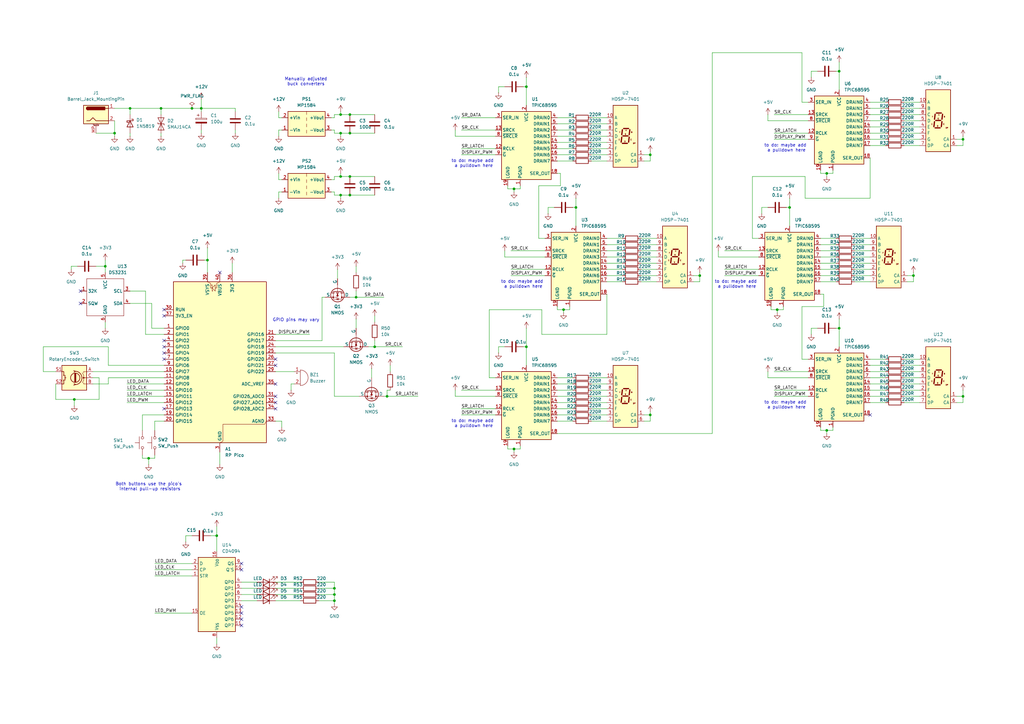
<source format=kicad_sch>
(kicad_sch (version 20250114) (generator "eeschema") (generator_version "9.0")
  (paper "A3")
  (text "GPIO pins may vary" (at 121.412 131.318 0) (effects (font (size 1.27 1.27))))
  (text "to do: maybe add \na pulldown here\n" (at 322.58 60.706 0) (effects (font (size 1.27 1.27))))
  (text "to do: maybe add \na pulldown here\n" (at 194.31 67.056 0) (effects (font (size 1.27 1.27))))
  (text "Manually adjusted\nbuck converters" (at 125.476 33.528 0) (effects (font (size 1.27 1.27))))
  (text "to do: maybe add \na pulldown here\n" (at 322.58 166.116 0) (effects (font (size 1.27 1.27))))
  (text "to do: maybe add \na pulldown here\n" (at 302.26 116.586 0) (effects (font (size 1.27 1.27))))
  (text "to do: maybe add \na pulldown here\n" (at 194.31 173.736 0) (effects (font (size 1.27 1.27))))
  (text "to do: maybe add \na pulldown here\n" (at 214.63 116.586 0) (effects (font (size 1.27 1.27))))
  (text "Both buttons use the pico's \ninternal pull-up resistors" (at 61.468 199.644 0) (effects (font (size 1.27 1.27))))
  (junction (at 139.7 46.99))
  (junction (at 82.55 44.45))
  (junction (at 43.18 109.22))
  (junction (at 139.7 72.39))
  (junction (at 394.97 162.56))
  (junction (at 266.7 63.5))
  (junction (at 30.48 163.83))
  (junction (at 139.7 54.61))
  (junction (at 344.17 134.62))
  (junction (at 210.82 184.15))
  (junction (at 236.22 85.09))
  (junction (at 344.17 29.21))
  (junction (at 137.16 241.3))
  (junction (at 78.74 44.45))
  (junction (at 266.7 170.18))
  (junction (at 46.99 54.61))
  (junction (at 137.16 246.38))
  (junction (at 146.05 121.92))
  (junction (at 318.77 127))
  (junction (at 158.75 162.56))
  (junction (at 287.02 113.03))
  (junction (at 143.51 54.61))
  (junction (at 143.51 46.99))
  (junction (at 139.7 80.01))
  (junction (at 210.82 77.47))
  (junction (at 143.51 80.01))
  (junction (at 215.9 35.56))
  (junction (at 215.9 142.24))
  (junction (at 339.09 71.12))
  (junction (at 137.16 243.84))
  (junction (at 153.67 142.24))
  (junction (at 394.97 57.15))
  (junction (at 339.09 176.53))
  (junction (at 85.09 106.68))
  (junction (at 143.51 72.39))
  (junction (at 60.96 187.96))
  (junction (at 66.04 44.45))
  (junction (at 53.34 44.45))
  (junction (at 88.9 219.71))
  (junction (at 231.14 127))
  (junction (at 323.85 85.09))
  (junction (at 374.65 113.03))
  (no_connect (at 99.06 256.54))
  (no_connect (at 99.06 251.46))
  (no_connect (at 67.31 129.54))
  (no_connect (at 90.17 111.76))
  (no_connect (at 33.02 124.46))
  (no_connect (at 67.31 127))
  (no_connect (at 113.03 149.86))
  (no_connect (at 67.31 167.64))
  (no_connect (at 67.31 144.78))
  (no_connect (at 113.03 157.48))
  (no_connect (at 113.03 162.56))
  (no_connect (at 99.06 231.14))
  (no_connect (at 33.02 119.38))
  (no_connect (at 67.31 142.24))
  (no_connect (at 99.06 248.92))
  (no_connect (at 113.03 165.1))
  (no_connect (at 67.31 139.7))
  (no_connect (at 356.87 170.18))
  (no_connect (at 113.03 147.32))
  (no_connect (at 113.03 167.64))
  (no_connect (at 67.31 147.32))
  (no_connect (at 99.06 254))
  (no_connect (at 99.06 233.68))
  (wire (pts (xy 228.6 55.88) (xy 234.95 55.88)))
  (wire (pts (xy 147.32 162.56) (xy 137.16 162.56)))
  (wire (pts (xy 200.66 154.94) (xy 203.2 154.94)))
  (wire (pts (xy 242.57 66.04) (xy 248.92 66.04)))
  (wire (pts (xy 139.7 45.72) (xy 139.7 46.99)))
  (wire (pts (xy 138.43 110.49) (xy 138.43 114.3)))
  (wire (pts (xy 189.23 170.18) (xy 203.2 170.18)))
  (wire (pts (xy 143.51 80.01) (xy 153.67 80.01)))
  (wire (pts (xy 52.07 157.48) (xy 67.31 157.48)))
  (wire (pts (xy 264.16 170.18) (xy 266.7 170.18)))
  (wire (pts (xy 328.93 125.73) (xy 328.93 147.32)))
  (wire (pts (xy 292.1 21.59) (xy 328.93 21.59)))
  (wire (pts (xy 228.6 160.02) (xy 234.95 160.02)))
  (wire (pts (xy 392.43 165.1) (xy 394.97 165.1)))
  (wire (pts (xy 137.16 73.66) (xy 137.16 72.39)))
  (wire (pts (xy 344.17 134.62) (xy 344.17 142.24)))
  (wire (pts (xy 350.52 110.49) (xy 356.87 110.49)))
  (wire (pts (xy 262.89 113.03) (xy 269.24 113.03)))
  (wire (pts (xy 317.5 57.15) (xy 331.47 57.15)))
  (wire (pts (xy 339.09 176.53) (xy 341.63 176.53)))
  (wire (pts (xy 356.87 162.56) (xy 363.22 162.56)))
  (wire (pts (xy 328.93 147.32) (xy 331.47 147.32)))
  (wire (pts (xy 99.06 243.84) (xy 105.41 243.84)))
  (wire (pts (xy 139.7 72.39) (xy 143.51 72.39)))
  (wire (pts (xy 66.04 46.99) (xy 66.04 44.45)))
  (wire (pts (xy 233.68 127) (xy 233.68 125.73)))
  (wire (pts (xy 115.57 172.72) (xy 113.03 172.72)))
  (wire (pts (xy 312.42 85.09) (xy 312.42 87.63)))
  (wire (pts (xy 139.7 72.39) (xy 139.7 71.12)))
  (wire (pts (xy 284.48 115.57) (xy 287.02 115.57)))
  (wire (pts (xy 203.2 55.88) (xy 186.69 55.88)))
  (wire (pts (xy 317.5 54.61) (xy 331.47 54.61)))
  (wire (pts (xy 139.7 46.99) (xy 137.16 46.99)))
  (wire (pts (xy 330.2 81.28) (xy 330.2 72.39)))
  (wire (pts (xy 153.67 129.54) (xy 153.67 132.08)))
  (wire (pts (xy 356.87 81.28) (xy 330.2 81.28)))
  (wire (pts (xy 53.34 44.45) (xy 53.34 46.99)))
  (wire (pts (xy 44.45 157.48) (xy 38.1 157.48)))
  (wire (pts (xy 316.23 127) (xy 316.23 125.73)))
  (wire (pts (xy 370.84 154.94) (xy 377.19 154.94)))
  (wire (pts (xy 160.02 160.02) (xy 158.75 160.02)))
  (wire (pts (xy 262.89 100.33) (xy 269.24 100.33)))
  (wire (pts (xy 62.23 124.46) (xy 62.23 134.62)))
  (wire (pts (xy 96.52 44.45) (xy 96.52 45.72)))
  (wire (pts (xy 137.16 238.76) (xy 137.16 241.3)))
  (wire (pts (xy 40.64 163.83) (xy 30.48 163.83)))
  (wire (pts (xy 158.75 162.56) (xy 158.75 160.02)))
  (wire (pts (xy 114.3 73.66) (xy 114.3 71.12)))
  (wire (pts (xy 208.28 77.47) (xy 208.28 76.2)))
  (wire (pts (xy 266.7 63.5) (xy 266.7 62.23)))
  (wire (pts (xy 189.23 160.02) (xy 203.2 160.02)))
  (wire (pts (xy 228.6 177.8) (xy 292.1 177.8)))
  (wire (pts (xy 242.57 172.72) (xy 248.92 172.72)))
  (wire (pts (xy 317.5 46.99) (xy 331.47 46.99)))
  (wire (pts (xy 341.63 176.53) (xy 341.63 175.26)))
  (wire (pts (xy 287.02 115.57) (xy 287.02 113.03)))
  (wire (pts (xy 314.96 49.53) (xy 314.96 46.99)))
  (wire (pts (xy 90.17 185.42) (xy 90.17 190.5)))
  (wire (pts (xy 139.7 80.01) (xy 139.7 81.28)))
  (wire (pts (xy 85.09 106.68) (xy 85.09 111.76)))
  (wire (pts (xy 350.52 97.79) (xy 356.87 97.79)))
  (wire (pts (xy 231.14 127) (xy 233.68 127)))
  (wire (pts (xy 308.61 97.79) (xy 311.15 97.79)))
  (wire (pts (xy 135.89 48.26) (xy 137.16 48.26)))
  (wire (pts (xy 189.23 63.5) (xy 203.2 63.5)))
  (wire (pts (xy 215.9 35.56) (xy 215.9 43.18)))
  (wire (pts (xy 344.17 29.21) (xy 344.17 36.83)))
  (wire (pts (xy 297.18 110.49) (xy 311.15 110.49)))
  (wire (pts (xy 342.9 29.21) (xy 344.17 29.21)))
  (wire (pts (xy 209.55 110.49) (xy 223.52 110.49)))
  (wire (pts (xy 242.57 55.88) (xy 248.92 55.88)))
  (wire (pts (xy 392.43 57.15) (xy 394.97 57.15)))
  (wire (pts (xy 330.2 72.39) (xy 308.61 72.39)))
  (wire (pts (xy 356.87 64.77) (xy 356.87 81.28)))
  (wire (pts (xy 342.9 134.62) (xy 344.17 134.62)))
  (wire (pts (xy 323.85 85.09) (xy 323.85 92.71)))
  (wire (pts (xy 344.17 130.81) (xy 344.17 134.62)))
  (wire (pts (xy 43.18 109.22) (xy 43.18 111.76)))
  (wire (pts (xy 392.43 162.56) (xy 394.97 162.56)))
  (wire (pts (xy 96.52 44.45) (xy 82.55 44.45)))
  (wire (pts (xy 248.92 102.87) (xy 255.27 102.87)))
  (wire (pts (xy 17.78 152.4) (xy 22.86 152.4)))
  (wire (pts (xy 332.74 29.21) (xy 332.74 31.75)))
  (wire (pts (xy 30.48 163.83) (xy 30.48 166.37)))
  (wire (pts (xy 132.08 121.92) (xy 132.08 139.7)))
  (wire (pts (xy 228.6 165.1) (xy 234.95 165.1)))
  (wire (pts (xy 152.4 151.13) (xy 152.4 154.94)))
  (wire (pts (xy 200.66 127) (xy 222.25 127)))
  (wire (pts (xy 143.51 80.01) (xy 139.7 80.01)))
  (wire (pts (xy 113.03 246.38) (xy 123.19 246.38)))
  (wire (pts (xy 82.55 53.34) (xy 82.55 54.61)))
  (wire (pts (xy 374.65 115.57) (xy 374.65 113.03)))
  (wire (pts (xy 137.16 46.99) (xy 137.16 48.26)))
  (wire (pts (xy 222.25 137.16) (xy 248.92 137.16)))
  (wire (pts (xy 189.23 53.34) (xy 203.2 53.34)))
  (wire (pts (xy 86.36 219.71) (xy 88.9 219.71)))
  (wire (pts (xy 82.55 44.45) (xy 78.74 44.45)))
  (wire (pts (xy 114.3 53.34) (xy 115.57 53.34)))
  (wire (pts (xy 392.43 59.69) (xy 394.97 59.69)))
  (wire (pts (xy 372.11 115.57) (xy 374.65 115.57)))
  (wire (pts (xy 139.7 80.01) (xy 137.16 80.01)))
  (wire (pts (xy 266.7 170.18) (xy 266.7 168.91)))
  (wire (pts (xy 151.13 142.24) (xy 153.67 142.24)))
  (wire (pts (xy 332.74 134.62) (xy 332.74 137.16)))
  (wire (pts (xy 339.09 71.12) (xy 339.09 72.39)))
  (wire (pts (xy 242.57 50.8) (xy 248.92 50.8)))
  (wire (pts (xy 83.82 106.68) (xy 85.09 106.68)))
  (wire (pts (xy 322.58 85.09) (xy 323.85 85.09)))
  (wire (pts (xy 228.6 63.5) (xy 234.95 63.5)))
  (wire (pts (xy 228.6 162.56) (xy 234.95 162.56)))
  (wire (pts (xy 132.08 121.92) (xy 133.35 121.92)))
  (wire (pts (xy 316.23 127) (xy 318.77 127)))
  (wire (pts (xy 53.34 54.61) (xy 53.34 55.88)))
  (wire (pts (xy 328.93 21.59) (xy 328.93 41.91)))
  (wire (pts (xy 228.6 167.64) (xy 234.95 167.64)))
  (wire (pts (xy 323.85 81.28) (xy 323.85 85.09)))
  (wire (pts (xy 214.63 35.56) (xy 215.9 35.56)))
  (wire (pts (xy 220.98 76.2) (xy 220.98 97.79)))
  (wire (pts (xy 228.6 170.18) (xy 234.95 170.18)))
  (wire (pts (xy 242.57 170.18) (xy 248.92 170.18)))
  (wire (pts (xy 40.64 154.94) (xy 40.64 163.83)))
  (wire (pts (xy 60.96 187.96) (xy 60.96 190.5)))
  (wire (pts (xy 336.55 71.12) (xy 336.55 69.85)))
  (wire (pts (xy 248.92 110.49) (xy 255.27 110.49)))
  (wire (pts (xy 314.96 85.09) (xy 312.42 85.09)))
  (wire (pts (xy 22.86 163.83) (xy 30.48 163.83)))
  (wire (pts (xy 242.57 63.5) (xy 248.92 63.5)))
  (wire (pts (xy 234.95 85.09) (xy 236.22 85.09)))
  (wire (pts (xy 137.16 247.65) (xy 137.16 246.38)))
  (wire (pts (xy 223.52 105.41) (xy 207.01 105.41)))
  (wire (pts (xy 370.84 41.91) (xy 377.19 41.91)))
  (wire (pts (xy 46.99 49.53) (xy 46.99 54.61)))
  (wire (pts (xy 394.97 160.02) (xy 394.97 162.56)))
  (wire (pts (xy 115.57 48.26) (xy 114.3 48.26)))
  (wire (pts (xy 146.05 119.38) (xy 146.05 121.92)))
  (wire (pts (xy 210.82 77.47) (xy 213.36 77.47)))
  (wire (pts (xy 143.51 46.99) (xy 139.7 46.99)))
  (wire (pts (xy 370.84 147.32) (xy 377.19 147.32)))
  (wire (pts (xy 99.06 246.38) (xy 105.41 246.38)))
  (wire (pts (xy 228.6 157.48) (xy 234.95 157.48)))
  (wire (pts (xy 130.81 243.84) (xy 137.16 243.84)))
  (wire (pts (xy 248.92 97.79) (xy 255.27 97.79)))
  (wire (pts (xy 88.9 215.9) (xy 88.9 219.71)))
  (wire (pts (xy 63.5 187.96) (xy 63.5 186.69)))
  (wire (pts (xy 204.47 142.24) (xy 204.47 144.78)))
  (wire (pts (xy 146.05 121.92) (xy 157.48 121.92)))
  (wire (pts (xy 242.57 154.94) (xy 248.92 154.94)))
  (wire (pts (xy 370.84 54.61) (xy 377.19 54.61)))
  (wire (pts (xy 372.11 113.03) (xy 374.65 113.03)))
  (wire (pts (xy 214.63 142.24) (xy 215.9 142.24)))
  (wire (pts (xy 336.55 115.57) (xy 342.9 115.57)))
  (wire (pts (xy 52.07 160.02) (xy 67.31 160.02)))
  (wire (pts (xy 356.87 152.4) (xy 363.22 152.4)))
  (wire (pts (xy 59.69 137.16) (xy 59.69 119.38)))
  (wire (pts (xy 350.52 102.87) (xy 356.87 102.87)))
  (wire (pts (xy 88.9 261.62) (xy 88.9 264.16)))
  (wire (pts (xy 317.5 162.56) (xy 331.47 162.56)))
  (wire (pts (xy 113.03 152.4) (xy 120.65 152.4)))
  (wire (pts (xy 284.48 113.03) (xy 287.02 113.03)))
  (wire (pts (xy 67.31 137.16) (xy 59.69 137.16)))
  (wire (pts (xy 227.33 85.09) (xy 224.79 85.09)))
  (wire (pts (xy 262.89 97.79) (xy 269.24 97.79)))
  (wire (pts (xy 115.57 78.74) (xy 114.3 78.74)))
  (wire (pts (xy 76.2 219.71) (xy 76.2 222.25)))
  (wire (pts (xy 96.52 53.34) (xy 96.52 54.61)))
  (wire (pts (xy 236.22 85.09) (xy 236.22 92.71)))
  (wire (pts (xy 336.55 102.87) (xy 342.9 102.87)))
  (wire (pts (xy 242.57 160.02) (xy 248.92 160.02)))
  (wire (pts (xy 146.05 130.81) (xy 146.05 134.62)))
  (wire (pts (xy 344.17 25.4) (xy 344.17 29.21)))
  (wire (pts (xy 336.55 71.12) (xy 339.09 71.12)))
  (wire (pts (xy 132.08 139.7) (xy 113.03 139.7)))
  (wire (pts (xy 114.3 78.74) (xy 114.3 81.28)))
  (wire (pts (xy 356.87 160.02) (xy 363.22 160.02)))
  (wire (pts (xy 370.84 57.15) (xy 377.19 57.15)))
  (wire (pts (xy 137.16 144.78) (xy 113.03 144.78)))
  (wire (pts (xy 394.97 162.56) (xy 394.97 165.1)))
  (wire (pts (xy 370.84 52.07) (xy 377.19 52.07)))
  (wire (pts (xy 262.89 107.95) (xy 269.24 107.95)))
  (wire (pts (xy 236.22 81.28) (xy 236.22 85.09)))
  (wire (pts (xy 208.28 184.15) (xy 210.82 184.15)))
  (wire (pts (xy 210.82 77.47) (xy 210.82 78.74)))
  (wire (pts (xy 74.93 106.68) (xy 76.2 106.68)))
  (wire (pts (xy 264.16 172.72) (xy 266.7 172.72)))
  (wire (pts (xy 52.07 165.1) (xy 67.31 165.1)))
  (wire (pts (xy 66.04 54.61) (xy 66.04 55.88)))
  (wire (pts (xy 356.87 54.61) (xy 363.22 54.61)))
  (wire (pts (xy 228.6 127) (xy 228.6 125.73)))
  (wire (pts (xy 335.28 134.62) (xy 332.74 134.62)))
  (wire (pts (xy 189.23 60.96) (xy 203.2 60.96)))
  (wire (pts (xy 248.92 105.41) (xy 255.27 105.41)))
  (wire (pts (xy 297.18 102.87) (xy 311.15 102.87)))
  (wire (pts (xy 63.5 233.68) (xy 78.74 233.68)))
  (wire (pts (xy 137.16 243.84) (xy 137.16 241.3)))
  (wire (pts (xy 67.31 154.94) (xy 44.45 154.94)))
  (wire (pts (xy 17.78 142.24) (xy 17.78 152.4)))
  (wire (pts (xy 231.14 127) (xy 231.14 128.27)))
  (wire (pts (xy 370.84 59.69) (xy 377.19 59.69)))
  (wire (pts (xy 43.18 132.08) (xy 43.18 134.62)))
  (wire (pts (xy 339.09 71.12) (xy 341.63 71.12)))
  (wire (pts (xy 356.87 149.86) (xy 363.22 149.86)))
  (wire (pts (xy 208.28 184.15) (xy 208.28 182.88)))
  (wire (pts (xy 130.81 246.38) (xy 137.16 246.38)))
  (wire (pts (xy 228.6 58.42) (xy 234.95 58.42)))
  (wire (pts (xy 264.16 63.5) (xy 266.7 63.5)))
  (wire (pts (xy 394.97 55.88) (xy 394.97 57.15)))
  (wire (pts (xy 262.89 115.57) (xy 269.24 115.57)))
  (wire (pts (xy 85.09 101.6) (xy 85.09 106.68)))
  (wire (pts (xy 356.87 165.1) (xy 363.22 165.1)))
  (wire (pts (xy 224.79 85.09) (xy 224.79 87.63)))
  (wire (pts (xy 242.57 58.42) (xy 248.92 58.42)))
  (wire (pts (xy 339.09 176.53) (xy 339.09 177.8)))
  (wire (pts (xy 130.81 241.3) (xy 137.16 241.3)))
  (wire (pts (xy 370.84 160.02) (xy 377.19 160.02)))
  (wire (pts (xy 139.7 54.61) (xy 137.16 54.61)))
  (wire (pts (xy 374.65 113.03) (xy 374.65 111.76)))
  (wire (pts (xy 67.31 149.86) (xy 44.45 149.86)))
  (wire (pts (xy 356.87 49.53) (xy 363.22 49.53)))
  (wire (pts (xy 394.97 57.15) (xy 394.97 59.69)))
  (wire (pts (xy 52.07 162.56) (xy 67.31 162.56)))
  (wire (pts (xy 317.5 152.4) (xy 331.47 152.4)))
  (wire (pts (xy 143.51 54.61) (xy 153.67 54.61)))
  (wire (pts (xy 210.82 184.15) (xy 210.82 185.42)))
  (wire (pts (xy 143.51 54.61) (xy 139.7 54.61)))
  (wire (pts (xy 318.77 127) (xy 321.31 127)))
  (wire (pts (xy 317.5 160.02) (xy 331.47 160.02)))
  (wire (pts (xy 228.6 53.34) (xy 234.95 53.34)))
  (wire (pts (xy 135.89 73.66) (xy 137.16 73.66)))
  (wire (pts (xy 204.47 35.56) (xy 204.47 38.1)))
  (wire (pts (xy 266.7 172.72) (xy 266.7 170.18)))
  (wire (pts (xy 207.01 142.24) (xy 204.47 142.24)))
  (wire (pts (xy 331.47 154.94) (xy 314.96 154.94)))
  (wire (pts (xy 311.15 105.41) (xy 294.64 105.41)))
  (wire (pts (xy 53.34 44.45) (xy 66.04 44.45)))
  (wire (pts (xy 308.61 72.39) (xy 308.61 97.79)))
  (wire (pts (xy 294.64 105.41) (xy 294.64 102.87)))
  (wire (pts (xy 370.84 44.45) (xy 377.19 44.45)))
  (wire (pts (xy 74.93 106.68) (xy 74.93 107.95)))
  (wire (pts (xy 119.38 157.48) (xy 120.65 157.48)))
  (wire (pts (xy 337.82 125.73) (xy 328.93 125.73)))
  (wire (pts (xy 248.92 113.03) (xy 255.27 113.03)))
  (wire (pts (xy 356.87 41.91) (xy 363.22 41.91)))
  (wire (pts (xy 228.6 60.96) (xy 234.95 60.96)))
  (wire (pts (xy 207.01 105.41) (xy 207.01 102.87)))
  (wire (pts (xy 88.9 219.71) (xy 88.9 226.06)))
  (wire (pts (xy 228.6 50.8) (xy 234.95 50.8)))
  (wire (pts (xy 99.06 241.3) (xy 105.41 241.3)))
  (wire (pts (xy 137.16 246.38) (xy 137.16 243.84)))
  (wire (pts (xy 114.3 53.34) (xy 114.3 55.88)))
  (wire (pts (xy 146.05 109.22) (xy 146.05 111.76)))
  (wire (pts (xy 82.55 44.45) (xy 82.55 45.72)))
  (wire (pts (xy 38.1 152.4) (xy 67.31 152.4)))
  (wire (pts (xy 59.69 119.38) (xy 53.34 119.38)))
  (wire (pts (xy 262.89 105.41) (xy 269.24 105.41)))
  (wire (pts (xy 248.92 107.95) (xy 255.27 107.95)))
  (wire (pts (xy 78.74 44.45) (xy 66.04 44.45)))
  (wire (pts (xy 22.86 157.48) (xy 22.86 163.83)))
  (wire (pts (xy 356.87 57.15) (xy 363.22 57.15)))
  (wire (pts (xy 38.1 154.94) (xy 40.64 154.94)))
  (wire (pts (xy 63.5 231.14) (xy 78.74 231.14)))
  (wire (pts (xy 337.82 120.65) (xy 337.82 125.73)))
  (wire (pts (xy 356.87 157.48) (xy 363.22 157.48)))
  (wire (pts (xy 153.67 142.24) (xy 165.1 142.24)))
  (wire (pts (xy 39.37 54.61) (xy 46.99 54.61)))
  (wire (pts (xy 336.55 113.03) (xy 342.9 113.03)))
  (wire (pts (xy 67.31 172.72) (xy 63.5 172.72)))
  (wire (pts (xy 139.7 54.61) (xy 139.7 55.88)))
  (wire (pts (xy 63.5 251.46) (xy 78.74 251.46)))
  (wire (pts (xy 29.21 110.49) (xy 29.21 109.22)))
  (wire (pts (xy 228.6 66.04) (xy 234.95 66.04)))
  (wire (pts (xy 44.45 149.86) (xy 44.45 142.24)))
  (wire (pts (xy 200.66 127) (xy 200.66 154.94)))
  (wire (pts (xy 370.84 157.48) (xy 377.19 157.48)))
  (wire (pts (xy 370.84 152.4) (xy 377.19 152.4)))
  (wire (pts (xy 262.89 102.87) (xy 269.24 102.87)))
  (wire (pts (xy 215.9 134.62) (xy 215.9 142.24)))
  (wire (pts (xy 314.96 154.94) (xy 314.96 152.4)))
  (wire (pts (xy 336.55 110.49) (xy 342.9 110.49)))
  (wire (pts (xy 135.89 53.34) (xy 137.16 53.34)))
  (wire (pts (xy 292.1 21.59) (xy 292.1 177.8)))
  (wire (pts (xy 29.21 109.22) (xy 31.75 109.22)))
  (wire (pts (xy 356.87 59.69) (xy 363.22 59.69)))
  (wire (pts (xy 229.87 71.12) (xy 229.87 76.2)))
  (wire (pts (xy 62.23 124.46) (xy 53.34 124.46)))
  (wire (pts (xy 63.5 236.22) (xy 78.74 236.22)))
  (wire (pts (xy 157.48 162.56) (xy 158.75 162.56)))
  (wire (pts (xy 99.06 238.76) (xy 105.41 238.76)))
  (wire (pts (xy 350.52 105.41) (xy 356.87 105.41)))
  (wire (pts (xy 113.03 243.84) (xy 123.19 243.84)))
  (wire (pts (xy 113.03 241.3) (xy 123.19 241.3)))
  (wire (pts (xy 228.6 71.12) (xy 229.87 71.12)))
  (wire (pts (xy 242.57 167.64) (xy 248.92 167.64)))
  (wire (pts (xy 115.57 73.66) (xy 114.3 73.66)))
  (wire (pts (xy 113.03 142.24) (xy 140.97 142.24)))
  (wire (pts (xy 220.98 97.79) (xy 223.52 97.79)))
  (wire (pts (xy 209.55 113.03) (xy 223.52 113.03)))
  (wire (pts (xy 264.16 66.04) (xy 266.7 66.04)))
  (wire (pts (xy 242.57 157.48) (xy 248.92 157.48)))
  (wire (pts (xy 58.42 170.18) (xy 58.42 176.53)))
  (wire (pts (xy 331.47 49.53) (xy 314.96 49.53)))
  (wire (pts (xy 95.25 107.95) (xy 95.25 111.76)))
  (wire (pts (xy 210.82 184.15) (xy 213.36 184.15)))
  (wire (pts (xy 341.63 71.12) (xy 341.63 69.85)))
  (wire (pts (xy 350.52 115.57) (xy 356.87 115.57)))
  (wire (pts (xy 58.42 187.96) (xy 60.96 187.96)))
  (wire (pts (xy 43.18 106.68) (xy 43.18 109.22)))
  (wire (pts (xy 209.55 102.87) (xy 223.52 102.87)))
  (wire (pts (xy 370.84 46.99) (xy 377.19 46.99)))
  (wire (pts (xy 44.45 142.24) (xy 17.78 142.24)))
  (wire (pts (xy 67.31 170.18) (xy 58.42 170.18)))
  (wire (pts (xy 143.51 121.92) (xy 146.05 121.92)))
  (wire (pts (xy 137.16 72.39) (xy 139.7 72.39)))
  (wire (pts (xy 67.31 134.62) (xy 62.23 134.62)))
  (wire (pts (xy 228.6 172.72) (xy 234.95 172.72)))
  (wire (pts (xy 215.9 31.75) (xy 215.9 35.56)))
  (wire (pts (xy 113.03 238.76) (xy 123.19 238.76)))
  (wire (pts (xy 137.16 162.56) (xy 137.16 144.78)))
  (wire (pts (xy 266.7 66.04) (xy 266.7 63.5)))
  (wire (pts (xy 137.16 78.74) (xy 137.16 80.01)))
  (wire (pts (xy 114.3 48.26) (xy 114.3 45.72)))
  (wire (pts (xy 370.84 149.86) (xy 377.19 149.86)))
  (wire (pts (xy 46.99 55.88) (xy 46.99 54.61)))
  (wire (pts (xy 119.38 160.02) (xy 119.38 157.48)))
  (wire (pts (xy 321.31 127) (xy 321.31 125.73)))
  (wire (pts (xy 115.57 175.26) (xy 115.57 172.72)))
  (wire (pts (xy 336.55 107.95) (xy 342.9 107.95)))
  (wire (pts (xy 213.36 77.47) (xy 213.36 76.2)))
  (wire (pts (xy 229.87 76.2) (xy 220.98 76.2)))
  (wire (pts (xy 297.18 113.03) (xy 311.15 113.03)))
  (wire (pts (xy 228.6 48.26) (xy 234.95 48.26)))
  (wire (pts (xy 328.93 41.91) (xy 331.47 41.91)))
  (wire (pts (xy 44.45 154.94) (xy 44.45 157.48)))
  (wire (pts (xy 356.87 147.32) (xy 363.22 147.32)))
  (wire (pts (xy 287.02 113.03) (xy 287.02 111.76)))
  (wire (pts (xy 356.87 44.45) (xy 363.22 44.45)))
  (wire (pts (xy 248.92 120.65) (xy 248.92 137.16)))
  (wire (pts (xy 207.01 35.56) (xy 204.47 35.56)))
  (wire (pts (xy 63.5 172.72) (xy 63.5 176.53)))
  (wire (pts (xy 350.52 107.95) (xy 356.87 107.95)))
  (wire (pts (xy 189.23 167.64) (xy 203.2 167.64)))
  (wire (pts (xy 143.51 46.99) (xy 153.67 46.99)))
  (wire (pts (xy 350.52 113.03) (xy 356.87 113.03)))
  (wire (pts (xy 356.87 46.99) (xy 363.22 46.99)))
  (wire (pts (xy 213.36 184.15) (xy 213.36 182.88)))
  (wire (pts (xy 242.57 60.96) (xy 248.92 60.96)))
  (wire (pts (xy 336.55 120.65) (xy 337.82 120.65)))
  (wire (pts (xy 242.57 53.34) (xy 248.92 53.34)))
  (wire (pts (xy 356.87 52.07) (xy 363.22 52.07)))
  (wire (pts (xy 336.55 97.79) (xy 342.9 97.79)))
  (wire (pts (xy 186.69 162.56) (xy 186.69 160.02)))
  (wire (pts (xy 127 137.16) (xy 113.03 137.16)))
  (wire (pts (xy 370.84 162.56) (xy 377.19 162.56)))
  (wire (pts (xy 336.55 100.33) (xy 342.9 100.33)))
  (wire (pts (xy 248.92 115.57) (xy 255.27 115.57)))
  (wire (pts (xy 215.9 142.24) (xy 215.9 149.86)))
  (wire (pts (xy 137.16 53.34) (xy 137.16 54.61)))
  (wire (pts (xy 137.16 78.74) (xy 135.89 78.74)))
  (wire (pts (xy 153.67 139.7) (xy 153.67 142.24)))
  (wire (pts (xy 60.96 187.96) (xy 63.5 187.96)))
  (wire (pts (xy 228.6 154.94) (xy 234.95 154.94)))
  (wire (pts (xy 242.57 165.1) (xy 248.92 165.1)))
  (wire (pts (xy 39.37 109.22) (xy 43.18 109.22)))
  (wire (pts (xy 222.25 127) (xy 222.25 137.16)))
  (wire (pts (xy 356.87 154.94) (xy 363.22 154.94)))
  (wire (pts (xy 370.84 165.1) (xy 377.19 165.1)))
  (wire (pts (xy 318.77 127) (xy 318.77 128.27)))
  (wire (pts (xy 242.57 48.26) (xy 248.92 48.26)))
  (wire (pts (xy 158.75 162.56) (xy 171.45 162.56)))
  (wire (pts (xy 160.02 149.86) (xy 160.02 152.4)))
  (wire (pts (xy 189.23 48.26) (xy 203.2 48.26)))
  (wire (pts (xy 242.57 162.56) (xy 248.92 162.56)))
  (wire (pts (xy 46.99 44.45) (xy 53.34 44.45)))
  (wire (pts (xy 228.6 127) (xy 231.14 127)))
  (wire (pts (xy 82.55 40.64) (xy 82.55 44.45)))
  (wire (pts (xy 248.92 100.33) (xy 255.27 100.33)))
  (wire (pts (xy 262.89 110.49) (xy 269.24 110.49)))
  (wire (pts (xy 336.55 176.53) (xy 336.55 175.26)))
  (wire (pts (xy 350.52 100.33) (xy 356.87 100.33)))
  (wire (pts (xy 336.55 176.53) (xy 339.09 176.53)))
  (wire (pts (xy 78.74 219.71) (xy 76.2 219.71)))
  (wire (pts (xy 370.84 49.53) (xy 377.19 49.53)))
  (wire (pts (xy 336.55 105.41) (xy 342.9 105.41)))
  (wire (pts (xy 335.28 29.21) (xy 332.74 29.21)))
  (wire (pts (xy 58.42 186.69) (xy 58.42 187.96)))
  (wire (pts (xy 130.81 238.76) (xy 137.16 238.76)))
  (wire (pts (xy 143.51 72.39) (xy 153.67 72.39)))
  (wire (pts (xy 208.28 77.47) (xy 210.82 77.47)))
  (wire (pts (xy 186.69 55.88) (xy 186.69 53.34)))
  (wire (pts (xy 203.2 162.56) (xy 186.69 162.56)))
  (label "LED_PWM" (at 63.5 251.46 0))
  (label "DISPLAY_PWM" (at 317.5 57.15 0))
  (label "LED_DATA" (at 52.07 157.48 0))
  (label "SR_LATCH" (at 317.5 160.02 0))
  (label "LED_DATA" (at 63.5 231.14 0))
  (label "LED_PWM" (at 52.07 165.1 0))
  (label "DISPLAY_PWM" (at 209.55 113.03 0))
  (label "SR_CLK" (at 189.23 53.34 0))
  (label "DISPLAY_PWM" (at 189.23 63.5 0))
  (label "SR_CLK" (at 297.18 102.87 0))
  (label "SR_CLK" (at 317.5 152.4 0))
  (label "SR_LATCH" (at 317.5 54.61 0))
  (label "LED_CLK" (at 52.07 160.02 0))
  (label "LED_LATCH" (at 52.07 162.56 0))
  (label "SR_LATCH" (at 171.45 162.56 180))
  (label "LED_LATCH" (at 63.5 236.22 0))
  (label "DISPLAY_PWM" (at 317.5 162.56 0))
  (label "DISPLAY_PWM" (at 127 137.16 180))
  (label "SR_DATA" (at 157.48 121.92 180))
  (label "SR_CLK" (at 209.55 102.87 0))
  (label "SR_CLK" (at 317.5 46.99 0))
  (label "SR_LATCH" (at 209.55 110.49 0))
  (label "DISPLAY_PWM" (at 297.18 113.03 0))
  (label "SR_LATCH" (at 297.18 110.49 0))
  (label "SR_DATA" (at 189.23 48.26 0))
  (label "DISPLAY_PWM" (at 189.23 170.18 0))
  (label "SR_CLK" (at 189.23 160.02 0))
  (label "SR_LATCH" (at 189.23 60.96 0))
  (label "SR_LATCH" (at 189.23 167.64 0))
  (label "LED_CLK" (at 63.5 233.68 0))
  (label "SR_CLK" (at 165.1 142.24 180))
  (symbol (lib_id "power:GND") (at 332.74 31.75 0) (unit 1)
    (property "Reference" "#PWR033" (effects (hide yes)))
    (property "Value" "GND" (at 332.74 36.83 0))
    (property "Description" "Power symbol creates a global label with name \"GND\" , ground" (effects (hide yes)))
  )
  (symbol (lib_id "Device:R") (at 367.03 157.48 90) (unit 1)
    (property "Reference" "R45" (at 362.712 156.464 90))
    (property "Value" "220R" (at 372.364 156.21 90))
    (property "Description" "Resistor" (effects (hide yes)))
  )
  (symbol (lib_id "power:+5V") (at 314.96 152.4 0) (unit 1)
    (property "Reference" "#PWR039" (effects (hide yes)))
    (property "Value" "+5V" (at 314.96 147.32 0))
    (property "Description" "Power symbol creates a global label with name \"+5V\"" (effects (hide yes)))
  )
  (symbol (lib_id "Display_Character:HDSP-7401") (at 256.54 162.56 0) (unit 1)
    (property "Reference" "U7" (at 256.54 144.78 0))
    (property "Value" "HDSP-7401" (at 256.54 147.32 0))
    (property "Footprint" "Display_7Segment:HDSP-7401" (effects (hide yes)))
    (property "Datasheet" "https://docs.broadcom.com/docs/AV02-2553EN" (effects (hide yes)))
    (property "Description" "One digit 7 segment yellow, common anode" (effects (hide yes)))
  )
  (symbol (lib_id "power:+12V") (at 82.55 40.64 0) (unit 1)
    (property "Reference" "#PWR01" (effects (hide yes)))
    (property "Value" "+12V" (at 82.55 35.56 0))
    (property "Description" "Power symbol creates a global label with name \"+12V\"" (effects (hide yes)))
  )
  (symbol (lib_id "power:GND") (at 137.16 247.65 0) (unit 1)
    (property "Reference" "#PWR065" (effects (hide yes)))
    (property "Value" "GND" (at 137.16 252.73 0))
    (property "Description" "Power symbol creates a global label with name \"GND\" , ground" (effects (hide yes)))
  )
  (symbol (lib_id "Device:R") (at 127 241.3 90) (unit 1)
    (property "Reference" "R53" (at 122.174 239.776 90))
    (property "Value" "220" (at 131.826 239.776 90))
    (property "Description" "Resistor" (effects (hide yes)))
  )
  (symbol (lib_id "power:GND") (at 139.7 81.28 0) (unit 1)
    (property "Reference" "#PWR012" (effects (hide yes)))
    (property "Value" "GND" (at 139.7 86.36 0))
    (property "Description" "Power symbol creates a global label with name \"GND\" , ground" (effects (hide yes)))
  )
  (symbol (lib_id "power:+5V") (at 186.69 53.34 0) (unit 1)
    (property "Reference" "#PWR021" (effects (hide yes)))
    (property "Value" "+5V" (at 186.69 48.26 0))
    (property "Description" "Power symbol creates a global label with name \"+5V\"" (effects (hide yes)))
  )
  (symbol (lib_id "power:+9V") (at 287.02 111.76 0) (unit 1)
    (property "Reference" "#PWR027" (effects (hide yes)))
    (property "Value" "+9V" (at 287.02 106.68 0))
    (property "Description" "Power symbol creates a global label with name \"+9V\"" (effects (hide yes)))
  )
  (symbol (lib_id "Converter_DCDC:MEE1S1205SC") (at 125.73 76.2 0) (unit 1)
    (property "Reference" "PS2" (at 125.73 66.04 0))
    (property "Value" "MP1584" (at 125.73 68.58 0))
    (property "Footprint" "Converter_DCDC:Converter_DCDC_Murata_MEE1SxxxxSC_THT" (effects (hide yes)))
    (property "Datasheet" "https://power.murata.com/pub/data/power/ncl/kdc_mee1.pdf" (effects (hide yes)))
    (property "Description" "1W, 1000 VDC isolated DC/DC converter, 12V input, 5V output, SIP" (effects (hide yes)))
  )
  (symbol (lib_id "power:GND") (at 88.9 264.16 0) (unit 1)
    (property "Reference" "#PWR064" (effects (hide yes)))
    (property "Value" "GND" (at 88.9 269.24 0))
    (property "Description" "Power symbol creates a global label with name \"GND\" , ground" (effects (hide yes)))
  )
  (symbol (lib_id "Device:R") (at 238.76 154.94 90) (unit 1)
    (property "Reference" "R17" (at 234.442 153.924 90))
    (property "Value" "220R" (at 244.094 153.67 90))
    (property "Description" "Resistor" (effects (hide yes)))
  )
  (symbol (lib_id "Device:R") (at 238.76 50.8 90) (unit 1)
    (property "Reference" "R2" (at 234.442 49.784 90))
    (property "Value" "220R" (at 244.094 49.53 90))
    (property "Description" "Resistor" (effects (hide yes)))
  )
  (symbol (lib_id "power:+3V3") (at 95.25 107.95 0) (unit 1)
    (property "Reference" "#PWR04" (effects (hide yes)))
    (property "Value" "+3V3" (at 95.25 102.87 0))
    (property "Description" "Power symbol creates a global label with name \"+3V3\"" (effects (hide yes)))
  )
  (symbol (lib_id "power:GND") (at 115.57 175.26 0) (unit 1)
    (property "Reference" "#PWR053" (effects (hide yes)))
    (property "Value" "GND" (at 115.57 180.34 0))
    (property "Description" "Power symbol creates a global label with name \"GND\" , ground" (effects (hide yes)))
  )
  (symbol (lib_id "power:+5V") (at 207.01 102.87 0) (unit 1)
    (property "Reference" "#PWR023" (effects (hide yes)))
    (property "Value" "+5V" (at 207.01 97.79 0))
    (property "Description" "Power symbol creates a global label with name \"+5V\"" (effects (hide yes)))
  )
  (symbol (lib_id "Display_Character:HDSP-7401") (at 384.81 49.53 0) (unit 1)
    (property "Reference" "U8" (at 384.81 31.75 0))
    (property "Value" "HDSP-7401" (at 384.81 34.29 0))
    (property "Footprint" "Display_7Segment:HDSP-7401" (effects (hide yes)))
    (property "Datasheet" "https://docs.broadcom.com/docs/AV02-2553EN" (effects (hide yes)))
    (property "Description" "One digit 7 segment yellow, common anode" (effects (hide yes)))
  )
  (symbol (lib_id "power:GND") (at 204.47 144.78 0) (unit 1)
    (property "Reference" "#PWR029" (effects (hide yes)))
    (property "Value" "GND" (at 204.47 149.86 0))
    (property "Description" "Power symbol creates a global label with name \"GND\" , ground" (effects (hide yes)))
  )
  (symbol (lib_id "Device:C_Polarized") (at 82.55 49.53 0) (unit 1)
    (property "Reference" "C1" (at 86.36 47.3709 0) (effects (justify left)))
    (property "Value" "100u" (at 86.36 49.9109 0) (effects (justify left)))
    (property "Description" "Polarized capacitor" (effects (hide yes)))
  )
  (symbol (lib_id "Device:C") (at 318.77 85.09 270) (unit 1)
    (property "Reference" "C12" (at 318.77 77.47 90))
    (property "Value" "0.1u" (at 318.77 80.01 90))
    (property "Description" "Unpolarized capacitor" (effects (hide yes)))
  )
  (symbol (lib_id "power:GND") (at 339.09 72.39 0) (unit 1)
    (property "Reference" "#PWR034" (effects (hide yes)))
    (property "Value" "GND" (at 339.09 77.47 0))
    (property "Description" "Power symbol creates a global label with name \"GND\" , ground" (effects (hide yes)))
  )
  (symbol (lib_id "power:+5V") (at 314.96 46.99 0) (unit 1)
    (property "Reference" "#PWR030" (effects (hide yes)))
    (property "Value" "+5V" (at 314.96 41.91 0))
    (property "Description" "Power symbol creates a global label with name \"+5V\"" (effects (hide yes)))
  )
  (symbol (lib_id "power:GND") (at 339.09 177.8 0) (unit 1)
    (property "Reference" "#PWR043" (effects (hide yes)))
    (property "Value" "GND" (at 339.09 182.88 0))
    (property "Description" "Power symbol creates a global label with name \"GND\" , ground" (effects (hide yes)))
  )
  (symbol (lib_id "Device:R") (at 367.03 147.32 90) (unit 1)
    (property "Reference" "R41" (at 362.712 146.304 90))
    (property "Value" "220R" (at 372.364 146.05 90))
    (property "Description" "Resistor" (effects (hide yes)))
  )
  (symbol (lib_id "power:GND") (at 231.14 128.27 0) (unit 1)
    (property "Reference" "#PWR025" (effects (hide yes)))
    (property "Value" "GND" (at 231.14 133.35 0))
    (property "Description" "Power symbol creates a global label with name \"GND\" , ground" (effects (hide yes)))
  )
  (symbol (lib_id "power:GND") (at 60.96 190.5 0) (unit 1)
    (property "Reference" "#PWR060" (effects (hide yes)))
    (property "Value" "GND" (at 60.96 195.58 0))
    (property "Description" "Power symbol creates a global label with name \"GND\" , ground" (effects (hide yes)))
  )
  (symbol (lib_id "Device:C") (at 339.09 134.62 270) (unit 1)
    (property "Reference" "C13" (at 339.09 127 90))
    (property "Value" "0.1u" (at 339.09 129.54 90))
    (property "Description" "Unpolarized capacitor" (effects (hide yes)))
  )
  (symbol (lib_id "Device:R") (at 153.67 135.89 0) (unit 1)
    (property "Reference" "R50" (at 156.21 134.6199 0) (effects (justify left)))
    (property "Value" "10k" (at 156.21 137.1599 0) (effects (justify left)))
    (property "Description" "Resistor" (effects (hide yes)))
  )
  (symbol (lib_id "power:GND") (at 318.77 128.27 0) (unit 1)
    (property "Reference" "#PWR040" (effects (hide yes)))
    (property "Value" "GND" (at 318.77 133.35 0))
    (property "Description" "Power symbol creates a global label with name \"GND\" , ground" (effects (hide yes)))
  )
  (symbol (lib_id "Display_Character:HDSP-7401") (at 364.49 105.41 0) (unit 1)
    (property "Reference" "U11" (at 364.49 87.63 0))
    (property "Value" "HDSP-7401" (at 364.49 90.17 0))
    (property "Footprint" "Display_7Segment:HDSP-7401" (effects (hide yes)))
    (property "Datasheet" "https://docs.broadcom.com/docs/AV02-2553EN" (effects (hide yes)))
    (property "Description" "One digit 7 segment yellow, common anode" (effects (hide yes)))
  )
  (symbol (lib_id "power:+9V") (at 266.7 168.91 0) (unit 1)
    (property "Reference" "#PWR036" (effects (hide yes)))
    (property "Value" "+9V" (at 266.7 163.83 0))
    (property "Description" "Power symbol creates a global label with name \"+9V\"" (effects (hide yes)))
  )
  (symbol (lib_id "Device:R") (at 238.76 160.02 90) (unit 1)
    (property "Reference" "R19" (at 234.442 159.004 90))
    (property "Value" "220R" (at 244.094 158.75 90))
    (property "Description" "Resistor" (effects (hide yes)))
  )
  (symbol (lib_id "Device:LED") (at 109.22 238.76 180) (unit 1)
    (property "Reference" "D3" (at 116.332 237.236 0))
    (property "Value" "LED" (at 105.664 237.236 0))
    (property "Description" "Light emitting diode" (effects (hide yes)))
    (property "Sim.Pins" "1=K 2=A" (effects (hide yes)))
  )
  (symbol (lib_id "Device:C") (at 35.56 109.22 90) (unit 1)
    (property "Reference" "C14" (at 35.56 101.6 90))
    (property "Value" "0.1u" (at 35.56 104.14 90))
    (property "Description" "Unpolarized capacitor" (effects (hide yes)))
  )
  (symbol (lib_id "Device:R") (at 238.76 53.34 90) (unit 1)
    (property "Reference" "R3" (at 234.442 52.324 90))
    (property "Value" "220R" (at 244.094 52.07 90))
    (property "Description" "Resistor" (effects (hide yes)))
  )
  (symbol (lib_id "Device:R") (at 367.03 44.45 90) (unit 1)
    (property "Reference" "R26" (at 362.712 43.434 90))
    (property "Value" "220R" (at 372.364 43.18 90))
    (property "Description" "Resistor" (effects (hide yes)))
  )
  (symbol (lib_id "power:+5V") (at 323.85 81.28 0) (unit 1)
    (property "Reference" "#PWR041" (effects (hide yes)))
    (property "Value" "+5V" (at 323.85 76.2 0))
    (property "Description" "Power symbol creates a global label with name \"+5V\"" (effects (hide yes)))
  )
  (symbol (lib_id "Device:R") (at 367.03 41.91 90) (unit 1)
    (property "Reference" "R25" (at 362.712 40.894 90))
    (property "Value" "220R" (at 372.364 40.64 90))
    (property "Description" "Resistor" (effects (hide yes)))
  )
  (symbol (lib_id "Device:R") (at 367.03 165.1 90) (unit 1)
    (property "Reference" "R48" (at 362.712 164.084 90))
    (property "Value" "220R" (at 372.364 163.83 90))
    (property "Description" "Resistor" (effects (hide yes)))
  )
  (symbol (lib_id "power:GND") (at 210.82 185.42 0) (unit 1)
    (property "Reference" "#PWR031" (effects (hide yes)))
    (property "Value" "GND" (at 210.82 190.5 0))
    (property "Description" "Power symbol creates a global label with name \"GND\" , ground" (effects (hide yes)))
  )
  (symbol (lib_id "Device:R") (at 367.03 154.94 90) (unit 1)
    (property "Reference" "R44" (at 362.712 153.924 90))
    (property "Value" "220R" (at 372.364 153.67 90))
    (property "Description" "Resistor" (effects (hide yes)))
  )
  (symbol (lib_id "power:+5V") (at 139.7 71.12 0) (unit 1)
    (property "Reference" "#PWR018" (effects (hide yes)))
    (property "Value" "+5V" (at 139.7 66.04 0))
    (property "Description" "Power symbol creates a global label with name \"+5V\"" (effects (hide yes)))
  )
  (symbol (lib_id "Display_Character:HDSP-7401") (at 256.54 55.88 0) (unit 1)
    (property "Reference" "U2" (at 256.54 38.1 0))
    (property "Value" "HDSP-7401" (at 256.54 40.64 0))
    (property "Footprint" "Display_7Segment:HDSP-7401" (effects (hide yes)))
    (property "Datasheet" "https://docs.broadcom.com/docs/AV02-2553EN" (effects (hide yes)))
    (property "Description" "One digit 7 segment yellow, common anode" (effects (hide yes)))
  )
  (symbol (lib_id "Device:R") (at 367.03 49.53 90) (unit 1)
    (property "Reference" "R28" (at 362.712 48.514 90))
    (property "Value" "220R" (at 372.364 48.26 90))
    (property "Description" "Resistor" (effects (hide yes)))
  )
  (symbol (lib_id "Interface_Expansion:TPIC6595") (at 215.9 165.1 0) (unit 1)
    (property "Reference" "U5" (at 218.0433 147.32 0) (effects (justify left)))
    (property "Value" "TPIC6B595" (at 218.0433 149.86 0) (effects (justify left)))
    (property "Datasheet" "http://www.ti.com/lit/ds/symlink/tpic6595.pdf" (effects (hide yes)))
    (property "Description" "Power Logic 8-bit Shift Register, DIP-8/SOIC-8" (effects (hide yes)))
  )
  (symbol (lib_id "Switch:SW_Push") (at 63.5 181.61 90) (unit 1)
    (property "Reference" "SW2" (at 64.77 180.3399 90) (effects (justify right)))
    (property "Value" "SW_Push" (at 64.77 182.8799 90) (effects (justify right)))
    (property "Description" "Push button switch, generic, two pins" (effects (hide yes)))
  )
  (symbol (lib_id "power:+9V") (at 374.65 111.76 0) (unit 1)
    (property "Reference" "#PWR045" (effects (hide yes)))
    (property "Value" "+9V" (at 374.65 106.68 0))
    (property "Description" "Power symbol creates a global label with name \"+9V\"" (effects (hide yes)))
  )
  (symbol (lib_id "Device:R") (at 238.76 60.96 90) (unit 1)
    (property "Reference" "R6" (at 234.442 59.944 90))
    (property "Value" "220R" (at 244.094 59.69 90))
    (property "Description" "Resistor" (effects (hide yes)))
  )
  (symbol (lib_id "power:+5V") (at 215.9 31.75 0) (unit 1)
    (property "Reference" "#PWR06" (effects (hide yes)))
    (property "Value" "+5V" (at 215.9 26.67 0))
    (property "Description" "Power symbol creates a global label with name \"+5V\"" (effects (hide yes)))
  )
  (symbol (lib_id "Device:R") (at 238.76 165.1 90) (unit 1)
    (property "Reference" "R21" (at 234.442 164.084 90))
    (property "Value" "220R" (at 244.094 163.83 90))
    (property "Description" "Resistor" (effects (hide yes)))
  )
  (symbol (lib_id "power:GND") (at 114.3 81.28 0) (unit 1)
    (property "Reference" "#PWR011" (effects (hide yes)))
    (property "Value" "GND" (at 114.3 86.36 0))
    (property "Description" "Power symbol creates a global label with name \"GND\" , ground" (effects (hide yes)))
  )
  (symbol (lib_id "power:GND") (at 332.74 137.16 0) (unit 1)
    (property "Reference" "#PWR042" (effects (hide yes)))
    (property "Value" "GND" (at 332.74 142.24 0))
    (property "Description" "Power symbol creates a global label with name \"GND\" , ground" (effects (hide yes)))
  )
  (symbol (lib_id "4xxx:HEF4094B") (at 88.9 243.84 0) (unit 1)
    (property "Reference" "U14" (at 91.0433 223.52 0) (effects (justify left)))
    (property "Value" "CD4094" (at 91.0433 226.06 0) (effects (justify left)))
    (property "Datasheet" "https://assets.nexperia.com/documents/data-sheet/HEF4094B.pdf" (effects (hide yes)))
    (property "Description" "8-bit serial-in parallel-out shift register, 3..15V" (effects (hide yes)))
  )
  (symbol (lib_id "Device:R") (at 346.71 100.33 90) (unit 1)
    (property "Reference" "R34" (at 342.392 99.314 90))
    (property "Value" "220R" (at 352.044 99.06 90))
    (property "Description" "Resistor" (effects (hide yes)))
  )
  (symbol (lib_id "power:GND") (at 46.99 55.88 0) (unit 1)
    (property "Reference" "#PWR02" (effects (hide yes)))
    (property "Value" "GND" (at 46.99 60.96 0))
    (property "Description" "Power symbol creates a global label with name \"GND\" , ground" (effects (hide yes)))
  )
  (symbol (lib_id "Device:R") (at 127 243.84 90) (unit 1)
    (property "Reference" "R54" (at 122.174 242.316 90))
    (property "Value" "220" (at 131.826 242.316 90))
    (property "Description" "Resistor" (effects (hide yes)))
  )
  (symbol (lib_id "Device:R") (at 367.03 162.56 90) (unit 1)
    (property "Reference" "R47" (at 362.712 161.544 90))
    (property "Value" "220R" (at 372.364 161.29 90))
    (property "Description" "Resistor" (effects (hide yes)))
  )
  (symbol (lib_id "Device:R") (at 238.76 170.18 90) (unit 1)
    (property "Reference" "R23" (at 234.442 169.164 90))
    (property "Value" "220R" (at 244.094 168.91 90))
    (property "Description" "Resistor" (effects (hide yes)))
  )
  (symbol (lib_id "power:+9V") (at 266.7 62.23 0) (unit 1)
    (property "Reference" "#PWR022" (effects (hide yes)))
    (property "Value" "+9V" (at 266.7 57.15 0))
    (property "Description" "Power symbol creates a global label with name \"+9V\"" (effects (hide yes)))
  )
  (symbol (lib_id "Device:R") (at 346.71 110.49 90) (unit 1)
    (property "Reference" "R38" (at 342.392 109.474 90))
    (property "Value" "220R" (at 352.044 109.22 90))
    (property "Description" "Resistor" (effects (hide yes)))
  )
  (symbol (lib_id "Device:R") (at 238.76 48.26 90) (unit 1)
    (property "Reference" "R1" (at 234.442 47.244 90))
    (property "Value" "220R" (at 244.094 46.99 90))
    (property "Description" "Resistor" (effects (hide yes)))
  )
  (symbol (lib_id "power:+5V") (at 146.05 109.22 0) (unit 1)
    (property "Reference" "#PWR047" (effects (hide yes)))
    (property "Value" "+5V" (at 146.05 104.14 0))
    (property "Description" "Power symbol creates a global label with name \"+5V\"" (effects (hide yes)))
  )
  (symbol (lib_id "Diode:1N5819") (at 53.34 50.8 270) (unit 1)
    (property "Reference" "D1" (at 55.88 49.2124 90) (effects (justify left)))
    (property "Value" "1N5819" (at 55.88 51.7524 90) (effects (justify left)))
    (property "Footprint" "Diode_THT:D_DO-41_SOD81_P10.16mm_Horizontal" (effects (hide yes)))
    (property "Datasheet" "http://www.vishay.com/docs/88525/1n5817.pdf" (effects (hide yes)))
    (property "Description" "40V 1A Schottky Barrier Rectifier Diode, DO-41" (effects (hide yes)))
  )
  (symbol (lib_id "power:GND") (at 66.04 55.88 0) (unit 1)
    (property "Reference" "#PWR08" (effects (hide yes)))
    (property "Value" "GND" (at 66.04 60.96 0))
    (property "Description" "Power symbol creates a global label with name \"GND\" , ground" (effects (hide yes)))
  )
  (symbol (lib_id "Device:R") (at 367.03 57.15 90) (unit 1)
    (property "Reference" "R31" (at 362.712 56.134 90))
    (property "Value" "220R" (at 372.364 55.88 90))
    (property "Description" "Resistor" (effects (hide yes)))
  )
  (symbol (lib_id "power:+3V3") (at 138.43 110.49 0) (unit 1)
    (property "Reference" "#PWR046" (effects (hide yes)))
    (property "Value" "+3V3" (at 138.43 105.41 0))
    (property "Description" "Power symbol creates a global label with name \"+3V3\"" (effects (hide yes)))
  )
  (symbol (lib_id "Interface_Expansion:TPIC6595") (at 215.9 58.42 0) (unit 1)
    (property "Reference" "U1" (at 218.0433 40.64 0) (effects (justify left)))
    (property "Value" "TPIC6B595" (at 218.0433 43.18 0) (effects (justify left)))
    (property "Datasheet" "http://www.ti.com/lit/ds/symlink/tpic6595.pdf" (effects (hide yes)))
    (property "Description" "Power Logic 8-bit Shift Register, DIP-8/SOIC-8" (effects (hide yes)))
  )
  (symbol (lib_id "power:GND") (at 224.79 87.63 0) (unit 1)
    (property "Reference" "#PWR024" (effects (hide yes)))
    (property "Value" "GND" (at 224.79 92.71 0))
    (property "Description" "Power symbol creates a global label with name \"GND\" , ground" (effects (hide yes)))
  )
  (symbol (lib_id "Interface_Expansion:TPIC6595") (at 344.17 157.48 0) (unit 1)
    (property "Reference" "U10" (at 346.3133 139.7 0) (effects (justify left)))
    (property "Value" "TPIC6B595" (at 346.3133 142.24 0) (effects (justify left)))
    (property "Datasheet" "http://www.ti.com/lit/ds/symlink/tpic6595.pdf" (effects (hide yes)))
    (property "Description" "Power Logic 8-bit Shift Register, DIP-8/SOIC-8" (effects (hide yes)))
  )
  (symbol (lib_id "power:GND") (at 204.47 38.1 0) (unit 1)
    (property "Reference" "#PWR05" (effects (hide yes)))
    (property "Value" "GND" (at 204.47 43.18 0))
    (property "Description" "Power symbol creates a global label with name \"GND\" , ground" (effects (hide yes)))
  )
  (symbol (lib_id "Device:C") (at 143.51 50.8 0) (unit 1)
    (property "Reference" "C3" (at 147.32 49.5299 0) (effects (justify left)))
    (property "Value" "100u" (at 147.32 52.0699 0) (effects (justify left)))
    (property "Description" "Unpolarized capacitor" (effects (hide yes)))
  )
  (symbol (lib_id "Device:R") (at 127 246.38 90) (unit 1)
    (property "Reference" "R55" (at 122.174 244.856 90))
    (property "Value" "220" (at 131.826 244.856 90))
    (property "Description" "Resistor" (effects (hide yes)))
  )
  (symbol (lib_id "Diode:SMAJ14CA") (at 66.04 50.8 90) (unit 1)
    (property "Reference" "D2" (at 68.58 49.5299 90) (effects (justify right)))
    (property "Value" "SMAJ14CA" (at 68.58 52.0699 90) (effects (justify right)))
    (property "Footprint" "Diode_SMD:D_SMA" (effects (hide yes)))
    (property "Datasheet" "https://www.littelfuse.com/media?resourcetype=datasheets&itemid=75e32973-b177-4ee3-a0ff-cedaf1abdb93&filename=smaj-datasheet" (effects (hide yes)))
    (property "Description" "400W bidirectional Transient Voltage Suppressor, 14.0Vr, SMA(DO-214AC)" (effects (hide yes)))
  )
  (symbol (lib_id "power:GND") (at 312.42 87.63 0) (unit 1)
    (property "Reference" "#PWR038" (effects (hide yes)))
    (property "Value" "GND" (at 312.42 92.71 0))
    (property "Description" "Power symbol creates a global label with name \"GND\" , ground" (effects (hide yes)))
  )
  (symbol (lib_id "power:+3V3") (at 152.4 151.13 0) (unit 1)
    (property "Reference" "#PWR050" (effects (hide yes)))
    (property "Value" "+3V3" (at 152.4 146.05 0))
    (property "Description" "Power symbol creates a global label with name \"+3V3\"" (effects (hide yes)))
  )
  (symbol (lib_id "Switch:SW_Push") (at 58.42 181.61 90) (unit 1)
    (property "Reference" "SW1" (at 46.482 180.594 90) (effects (justify right)))
    (property "Value" "SW_Push" (at 46.482 183.134 90) (effects (justify right)))
    (property "Description" "Push button switch, generic, two pins" (effects (hide yes)))
  )
  (symbol (lib_id "Device:R") (at 127 238.76 90) (unit 1)
    (property "Reference" "R52" (at 122.174 237.236 90))
    (property "Value" "220" (at 131.826 237.236 90))
    (property "Description" "Resistor" (effects (hide yes)))
  )
  (symbol (lib_id "Timer_RTC:DS3231_Module") (at 43.18 121.92 0) (mirror y) (unit 1)
    (property "Reference" "U13" (at 52.07 109.22 0) (effects (justify left)))
    (property "Value" "DS3231" (at 52.07 111.76 0) (effects (justify left)))
  )
  (symbol (lib_id "power:+3V3") (at 146.05 130.81 0) (unit 1)
    (property "Reference" "#PWR048" (effects (hide yes)))
    (property "Value" "+3V3" (at 146.05 125.73 0))
    (property "Description" "Power symbol creates a global label with name \"+3V3\"" (effects (hide yes)))
  )
  (symbol (lib_id "Device:R") (at 346.71 115.57 90) (unit 1)
    (property "Reference" "R40" (at 342.392 114.554 90))
    (property "Value" "220R" (at 352.044 114.3 90))
    (property "Description" "Resistor" (effects (hide yes)))
  )
  (symbol (lib_id "power:+3V3") (at 88.9 215.9 0) (unit 1)
    (property "Reference" "#PWR062" (effects (hide yes)))
    (property "Value" "+3V3" (at 88.9 210.82 0))
    (property "Description" "Power symbol creates a global label with name \"+3V3\"" (effects (hide yes)))
  )
  (symbol (lib_id "power:+5V") (at 85.09 101.6 0) (unit 1)
    (property "Reference" "#PWR03" (effects (hide yes)))
    (property "Value" "+5V" (at 85.09 96.52 0))
    (property "Description" "Power symbol creates a global label with name \"+5V\"" (effects (hide yes)))
  )
  (symbol (lib_id "power:+5V") (at 153.67 129.54 0) (unit 1)
    (property "Reference" "#PWR049" (effects (hide yes)))
    (property "Value" "+5V" (at 153.67 124.46 0))
    (property "Description" "Power symbol creates a global label with name \"+5V\"" (effects (hide yes)))
  )
  (symbol (lib_id "Device:R") (at 367.03 59.69 90) (unit 1)
    (property "Reference" "R32" (at 362.712 58.674 90))
    (property "Value" "220R" (at 372.364 58.42 90))
    (property "Description" "Resistor" (effects (hide yes)))
  )
  (symbol (lib_id "Device:R") (at 346.71 97.79 90) (unit 1)
    (property "Reference" "R33" (at 342.392 96.774 90))
    (property "Value" "220R" (at 352.044 96.52 90))
    (property "Description" "Resistor" (effects (hide yes)))
  )
  (symbol (lib_id "power:+3V3") (at 43.18 106.68 0) (unit 1)
    (property "Reference" "#PWR054" (effects (hide yes)))
    (property "Value" "+3V3" (at 43.18 101.6 0))
    (property "Description" "Power symbol creates a global label with name \"+3V3\"" (effects (hide yes)))
  )
  (symbol (lib_id "Device:LED") (at 109.22 241.3 180) (unit 1)
    (property "Reference" "D4" (at 116.332 239.776 0))
    (property "Value" "LED" (at 105.664 239.776 0))
    (property "Description" "Light emitting diode" (effects (hide yes)))
    (property "Sim.Pins" "1=K 2=A" (effects (hide yes)))
  )
  (symbol (lib_id "Device:R") (at 259.08 113.03 90) (unit 1)
    (property "Reference" "R15" (at 254.762 112.014 90))
    (property "Value" "220R" (at 264.414 111.76 90))
    (property "Description" "Resistor" (effects (hide yes)))
  )
  (symbol (lib_id "power:+9V") (at 394.97 160.02 0) (unit 1)
    (property "Reference" "#PWR057" (effects (hide yes)))
    (property "Value" "+9V" (at 394.97 154.94 0))
    (property "Description" "Power symbol creates a global label with name \"+9V\"" (effects (hide yes)))
  )
  (symbol (lib_id "Device:C") (at 153.67 76.2 0) (unit 1)
    (property "Reference" "C6" (at 157.48 74.9299 0) (effects (justify left)))
    (property "Value" "0.1u" (at 157.48 77.4699 0) (effects (justify left)))
    (property "Description" "Unpolarized capacitor" (effects (hide yes)))
  )
  (symbol (lib_id "Device:R") (at 238.76 172.72 90) (unit 1)
    (property "Reference" "R24" (at 234.442 171.704 90))
    (property "Value" "220R" (at 244.094 171.45 90))
    (property "Description" "Resistor" (effects (hide yes)))
  )
  (symbol (lib_id "MCU_Module:RaspberryPi_Pico") (at 90.17 149.86 0) (unit 1)
    (property "Reference" "A1" (at 92.3133 184.15 0) (effects (justify left)))
    (property "Value" "RP Pico" (at 92.3133 186.69 0) (effects (justify left)))
    (property "Footprint" "Module:RaspberryPi_Pico_Common_Unspecified" (effects (hide yes)))
    (property "Datasheet" "https://datasheets.raspberrypi.com/pico/pico-datasheet.pdf" (effects (hide yes)))
    (property "Description" "Versatile and inexpensive microcontroller module powered by RP2040 dual-core Arm Cortex-M0+ processor up to 133 MHz, 264kB SRAM, 2MB QSPI flash; also supports Raspberry Pi Pico 2" (effects (hide yes)))
  )
  (symbol (lib_id "power:+5V") (at 215.9 134.62 0) (unit 1)
    (property "Reference" "#PWR032" (effects (hide yes)))
    (property "Value" "+5V" (at 215.9 129.54 0))
    (property "Description" "Power symbol creates a global label with name \"+5V\"" (effects (hide yes)))
  )
  (symbol (lib_id "Device:R") (at 346.71 113.03 90) (unit 1)
    (property "Reference" "R39" (at 342.392 112.014 90))
    (property "Value" "220R" (at 352.044 111.76 90))
    (property "Description" "Resistor" (effects (hide yes)))
  )
  (symbol (lib_id "Device:C") (at 96.52 49.53 0) (unit 1)
    (property "Reference" "C2" (at 100.33 48.2599 0) (effects (justify left)))
    (property "Value" "0.1u" (at 100.33 50.7999 0) (effects (justify left)))
    (property "Description" "Unpolarized capacitor" (effects (hide yes)))
  )
  (symbol (lib_id "power:PWR_FLAG") (at 78.74 44.45 0) (unit 1)
    (property "Reference" "#FLG01" (effects (hide yes)))
    (property "Value" "PWR_FLAG" (at 78.74 39.37 0))
    (property "Description" "Special symbol for telling ERC where power comes from" (effects (hide yes)))
  )
  (symbol (lib_id "power:+9V") (at 394.97 55.88 0) (unit 1)
    (property "Reference" "#PWR058" (effects (hide yes)))
    (property "Value" "+9V" (at 394.97 50.8 0))
    (property "Description" "Power symbol creates a global label with name \"+9V\"" (effects (hide yes)))
  )
  (symbol (lib_id "Device:R") (at 259.08 102.87 90) (unit 1)
    (property "Reference" "R11" (at 254.762 101.854 90))
    (property "Value" "220R" (at 264.414 101.6 90))
    (property "Description" "Resistor" (effects (hide yes)))
  )
  (symbol (lib_id "Device:C") (at 82.55 219.71 270) (unit 1)
    (property "Reference" "C15" (at 78.486 217.424 90))
    (property "Value" "0.1u" (at 85.344 217.678 90))
    (property "Description" "Unpolarized capacitor" (effects (hide yes)))
  )
  (symbol (lib_id "Device:R") (at 146.05 115.57 0) (unit 1)
    (property "Reference" "R49" (at 148.59 114.2999 0) (effects (justify left)))
    (property "Value" "10k" (at 148.59 116.8399 0) (effects (justify left)))
    (property "Description" "Resistor" (effects (hide yes)))
  )
  (symbol (lib_id "Device:R") (at 367.03 149.86 90) (unit 1)
    (property "Reference" "R42" (at 362.712 148.844 90))
    (property "Value" "220R" (at 372.364 148.59 90))
    (property "Description" "Resistor" (effects (hide yes)))
  )
  (symbol (lib_id "Device:R") (at 238.76 58.42 90) (unit 1)
    (property "Reference" "R5" (at 234.442 57.404 90))
    (property "Value" "220R" (at 244.094 57.15 90))
    (property "Description" "Resistor" (effects (hide yes)))
  )
  (symbol (lib_id "Device:R") (at 346.71 107.95 90) (unit 1)
    (property "Reference" "R37" (at 342.392 106.934 90))
    (property "Value" "220R" (at 352.044 106.68 90))
    (property "Description" "Resistor" (effects (hide yes)))
  )
  (symbol (lib_id "Device:R") (at 259.08 100.33 90) (unit 1)
    (property "Reference" "R10" (at 254.762 99.314 90))
    (property "Value" "220R" (at 264.414 99.06 90))
    (property "Description" "Resistor" (effects (hide yes)))
  )
  (symbol (lib_id "Device:C") (at 80.01 106.68 90) (unit 1)
    (property "Reference" "C7" (at 80.01 99.06 90))
    (property "Value" "0.1u" (at 80.01 101.6 90))
    (property "Description" "Unpolarized capacitor" (effects (hide yes)))
  )
  (symbol (lib_id "power:GND") (at 119.38 160.02 0) (unit 1)
    (property "Reference" "#PWR061" (effects (hide yes)))
    (property "Value" "GND" (at 119.38 165.1 0))
    (property "Description" "Power symbol creates a global label with name \"GND\" , ground" (effects (hide yes)))
  )
  (symbol (lib_id "Display_Character:HDSP-7401") (at 276.86 105.41 0) (unit 1)
    (property "Reference" "U4" (at 276.86 87.63 0))
    (property "Value" "HDSP-7401" (at 276.86 90.17 0))
    (property "Footprint" "Display_7Segment:HDSP-7401" (effects (hide yes)))
    (property "Datasheet" "https://docs.broadcom.com/docs/AV02-2553EN" (effects (hide yes)))
    (property "Description" "One digit 7 segment yellow, common anode" (effects (hide yes)))
  )
  (symbol (lib_id "Device:R") (at 160.02 156.21 0) (unit 1)
    (property "Reference" "R51" (at 162.56 154.9399 0) (effects (justify left)))
    (property "Value" "10k" (at 162.56 157.4799 0) (effects (justify left)))
    (property "Description" "Resistor" (effects (hide yes)))
  )
  (symbol (lib_id "Device:R") (at 367.03 52.07 90) (unit 1)
    (property "Reference" "R29" (at 362.712 51.054 90))
    (property "Value" "220R" (at 372.364 50.8 90))
    (property "Description" "Resistor" (effects (hide yes)))
  )
  (symbol (lib_id "Device:R") (at 259.08 97.79 90) (unit 1)
    (property "Reference" "R9" (at 254.762 96.774 90))
    (property "Value" "220R" (at 264.414 96.52 90))
    (property "Description" "Resistor" (effects (hide yes)))
  )
  (symbol (lib_id "Device:LED") (at 109.22 243.84 180) (unit 1)
    (property "Reference" "D5" (at 116.332 242.316 0))
    (property "Value" "LED" (at 105.664 242.316 0))
    (property "Description" "Light emitting diode" (effects (hide yes)))
    (property "Sim.Pins" "1=K 2=A" (effects (hide yes)))
  )
  (symbol (lib_id "Converter_DCDC:MEE1S1209SC") (at 125.73 50.8 0) (unit 1)
    (property "Reference" "PS1" (at 125.73 40.64 0))
    (property "Value" "MP1584" (at 125.73 43.18 0))
    (property "Footprint" "Converter_DCDC:Converter_DCDC_Murata_MEE1SxxxxSC_THT" (effects (hide yes)))
    (property "Datasheet" "https://power.murata.com/pub/data/power/ncl/kdc_mee1.pdf" (effects (hide yes)))
    (property "Description" "1W, 1000 VDC isolated DC/DC converter, 12V input, 9V output, SIP" (effects (hide yes)))
  )
  (symbol (lib_id "power:GND") (at 139.7 55.88 0) (unit 1)
    (property "Reference" "#PWR014" (effects (hide yes)))
    (property "Value" "GND" (at 139.7 60.96 0))
    (property "Description" "Power symbol creates a global label with name \"GND\" , ground" (effects (hide yes)))
  )
  (symbol (lib_id "Device:C") (at 210.82 35.56 270) (unit 1)
    (property "Reference" "C8" (at 210.82 27.94 90))
    (property "Value" "0.1u" (at 210.82 30.48 90))
    (property "Description" "Unpolarized capacitor" (effects (hide yes)))
  )
  (symbol (lib_id "power:+5V") (at 236.22 81.28 0) (unit 1)
    (property "Reference" "#PWR026" (effects (hide yes)))
    (property "Value" "+5V" (at 236.22 76.2 0))
    (property "Description" "Power symbol creates a global label with name \"+5V\"" (effects (hide yes)))
  )
  (symbol (lib_id "Device:C") (at 339.09 29.21 270) (unit 1)
    (property "Reference" "C11" (at 339.09 21.59 90))
    (property "Value" "0.1u" (at 339.09 24.13 90))
    (property "Description" "Unpolarized capacitor" (effects (hide yes)))
  )
  (symbol (lib_id "Simulation_SPICE:NMOS") (at 146.05 139.7 270) (unit 1)
    (property "Reference" "Q2" (at 146.05 146.05 90))
    (property "Value" "NMOS" (at 146.05 148.59 90))
    (property "Datasheet" "https://ngspice.sourceforge.io/docs/ngspice-html-manual/manual.xhtml#cha_MOSFETs" (effects (hide yes)))
    (property "Description" "N-MOSFET transistor, drain/source/gate" (effects (hide yes)))
    (property "Sim.Device" "NMOS" (effects (hide yes)))
    (property "Sim.Type" "VDMOS" (effects (hide yes)))
    (property "Sim.Pins" "1=D 2=G 3=S" (effects (hide yes)))
  )
  (symbol (lib_id "Simulation_SPICE:NMOS") (at 138.43 119.38 270) (unit 1)
    (property "Reference" "Q1" (at 138.43 125.73 90))
    (property "Value" "NMOS" (at 138.43 128.27 90))
    (property "Datasheet" "https://ngspice.sourceforge.io/docs/ngspice-html-manual/manual.xhtml#cha_MOSFETs" (effects (hide yes)))
    (property "Description" "N-MOSFET transistor, drain/source/gate" (effects (hide yes)))
    (property "Sim.Device" "NMOS" (effects (hide yes)))
    (property "Sim.Type" "VDMOS" (effects (hide yes)))
    (property "Sim.Pins" "1=D 2=G 3=S" (effects (hide yes)))
  )
  (symbol (lib_id "power:GND") (at 74.93 107.95 0) (unit 1)
    (property "Reference" "#PWR019" (effects (hide yes)))
    (property "Value" "GND" (at 74.93 113.03 0))
    (property "Description" "Power symbol creates a global label with name \"GND\" , ground" (effects (hide yes)))
  )
  (symbol (lib_id "power:GND") (at 43.18 134.62 0) (unit 1)
    (property "Reference" "#PWR055" (effects (hide yes)))
    (property "Value" "GND" (at 43.18 139.7 0))
    (property "Description" "Power symbol creates a global label with name \"GND\" , ground" (effects (hide yes)))
  )
  (symbol (lib_id "power:GND") (at 82.55 54.61 0) (unit 1)
    (property "Reference" "#PWR09" (effects (hide yes)))
    (property "Value" "GND" (at 82.55 59.69 0))
    (property "Description" "Power symbol creates a global label with name \"GND\" , ground" (effects (hide yes)))
  )
  (symbol (lib_id "power:GND") (at 114.3 55.88 0) (unit 1)
    (property "Reference" "#PWR013" (effects (hide yes)))
    (property "Value" "GND" (at 114.3 60.96 0))
    (property "Description" "Power symbol creates a global label with name \"GND\" , ground" (effects (hide yes)))
  )
  (symbol (lib_id "Connector:Barrel_Jack_MountingPin") (at 39.37 46.99 0) (unit 1)
    (property "Reference" "J1" (at 39.37 38.1 0))
    (property "Value" "Barrel_Jack_MountingPin" (at 39.37 40.64 0))
    (property "Description" "DC Barrel Jack with a mounting pin" (effects (hide yes)))
  )
  (symbol (lib_id "power:+9V") (at 139.7 45.72 0) (unit 1)
    (property "Reference" "#PWR016" (effects (hide yes)))
    (property "Value" "+9V" (at 139.7 40.64 0))
    (property "Description" "Power symbol creates a global label with name \"+9V\"" (effects (hide yes)))
  )
  (symbol (lib_id "power:+5V") (at 160.02 149.86 0) (unit 1)
    (property "Reference" "#PWR051" (effects (hide yes)))
    (property "Value" "+5V" (at 160.02 144.78 0))
    (property "Description" "Power symbol creates a global label with name \"+5V\"" (effects (hide yes)))
  )
  (symbol (lib_id "power:GND") (at 76.2 222.25 0) (unit 1)
    (property "Reference" "#PWR063" (effects (hide yes)))
    (property "Value" "GND" (at 76.2 227.33 0))
    (property "Description" "Power symbol creates a global label with name \"GND\" , ground" (effects (hide yes)))
  )
  (symbol (lib_id "power:GND") (at 90.17 190.5 0) (unit 1)
    (property "Reference" "#PWR052" (effects (hide yes)))
    (property "Value" "GND" (at 90.17 195.58 0))
    (property "Description" "Power symbol creates a global label with name \"GND\" , ground" (effects (hide yes)))
  )
  (symbol (lib_id "power:+5V") (at 344.17 25.4 0) (unit 1)
    (property "Reference" "#PWR035" (effects (hide yes)))
    (property "Value" "+5V" (at 344.17 20.32 0))
    (property "Description" "Power symbol creates a global label with name \"+5V\"" (effects (hide yes)))
  )
  (symbol (lib_id "Interface_Expansion:TPIC6595") (at 344.17 52.07 0) (unit 1)
    (property "Reference" "U6" (at 346.3133 34.29 0) (effects (justify left)))
    (property "Value" "TPIC6B595" (at 346.3133 36.83 0) (effects (justify left)))
    (property "Datasheet" "http://www.ti.com/lit/ds/symlink/tpic6595.pdf" (effects (hide yes)))
    (property "Description" "Power Logic 8-bit Shift Register, DIP-8/SOIC-8" (effects (hide yes)))
  )
  (symbol (lib_id "Interface_Expansion:TPIC6595") (at 323.85 107.95 0) (unit 1)
    (property "Reference" "U9" (at 325.9933 90.17 0) (effects (justify left)))
    (property "Value" "TPIC6B595" (at 325.9933 92.71 0) (effects (justify left)))
    (property "Datasheet" "http://www.ti.com/lit/ds/symlink/tpic6595.pdf" (effects (hide yes)))
    (property "Description" "Power Logic 8-bit Shift Register, DIP-8/SOIC-8" (effects (hide yes)))
  )
  (symbol (lib_id "power:+5V") (at 294.64 102.87 0) (unit 1)
    (property "Reference" "#PWR037" (effects (hide yes)))
    (property "Value" "+5V" (at 294.64 97.79 0))
    (property "Description" "Power symbol creates a global label with name \"+5V\"" (effects (hide yes)))
  )
  (symbol (lib_id "power:GND") (at 30.48 166.37 0) (unit 1)
    (property "Reference" "#PWR059" (effects (hide yes)))
    (property "Value" "GND" (at 30.48 171.45 0))
    (property "Description" "Power symbol creates a global label with name \"GND\" , ground" (effects (hide yes)))
  )
  (symbol (lib_id "power:GND") (at 210.82 78.74 0) (unit 1)
    (property "Reference" "#PWR020" (effects (hide yes)))
    (property "Value" "GND" (at 210.82 83.82 0))
    (property "Description" "Power symbol creates a global label with name \"GND\" , ground" (effects (hide yes)))
  )
  (symbol (lib_id "Interface_Expansion:TPIC6595") (at 236.22 107.95 0) (unit 1)
    (property "Reference" "U3" (at 238.3633 90.17 0) (effects (justify left)))
    (property "Value" "TPIC6B595" (at 238.3633 92.71 0) (effects (justify left)))
    (property "Datasheet" "http://www.ti.com/lit/ds/symlink/tpic6595.pdf" (effects (hide yes)))
    (property "Description" "Power Logic 8-bit Shift Register, DIP-8/SOIC-8" (effects (hide yes)))
  )
  (symbol (lib_id "Device:R") (at 367.03 46.99 90) (unit 1)
    (property "Reference" "R27" (at 362.712 45.974 90))
    (property "Value" "220R" (at 372.364 45.72 90))
    (property "Description" "Resistor" (effects (hide yes)))
  )
  (symbol (lib_id "Device:Buzzer") (at 123.19 154.94 0) (unit 1)
    (property "Reference" "BZ1" (at 127 153.6699 0) (effects (justify left)))
    (property "Value" "Buzzer" (at 127 156.2099 0) (effects (justify left)))
    (property "Description" "Buzzer, polarized" (effects (hide yes)))
  )
  (symbol (lib_id "Device:R") (at 367.03 152.4 90) (unit 1)
    (property "Reference" "R43" (at 362.712 151.384 90))
    (property "Value" "220R" (at 372.364 151.13 90))
    (property "Description" "Resistor" (effects (hide yes)))
  )
  (symbol (lib_id "Device:R") (at 238.76 55.88 90) (unit 1)
    (property "Reference" "R4" (at 234.442 54.864 90))
    (property "Value" "220R" (at 244.094 54.61 90))
    (property "Description" "Resistor" (effects (hide yes)))
  )
  (symbol (lib_id "Device:R") (at 259.08 107.95 90) (unit 1)
    (property "Reference" "R13" (at 254.762 106.934 90))
    (property "Value" "220R" (at 264.414 106.68 90))
    (property "Description" "Resistor" (effects (hide yes)))
  )
  (symbol (lib_id "Device:C") (at 210.82 142.24 270) (unit 1)
    (property "Reference" "C10" (at 206.756 139.954 90))
    (property "Value" "0.1u" (at 213.614 140.208 90))
    (property "Description" "Unpolarized capacitor" (effects (hide yes)))
  )
  (symbol (lib_id "Device:R") (at 367.03 160.02 90) (unit 1)
    (property "Reference" "R46" (at 362.712 159.004 90))
    (property "Value" "220R" (at 372.364 158.75 90))
    (property "Description" "Resistor" (effects (hide yes)))
  )
  (symbol (lib_id "Device:R") (at 238.76 63.5 90) (unit 1)
    (property "Reference" "R7" (at 234.442 62.484 90))
    (property "Value" "220R" (at 244.094 62.23 90))
    (property "Description" "Resistor" (effects (hide yes)))
  )
  (symbol (lib_id "Device:R") (at 346.71 105.41 90) (unit 1)
    (property "Reference" "R36" (at 342.392 104.394 90))
    (property "Value" "220R" (at 352.044 104.14 90))
    (property "Description" "Resistor" (effects (hide yes)))
  )
  (symbol (lib_id "Device:R") (at 346.71 102.87 90) (unit 1)
    (property "Reference" "R35" (at 342.392 101.854 90))
    (property "Value" "220R" (at 352.044 101.6 90))
    (property "Description" "Resistor" (effects (hide yes)))
  )
  (symbol (lib_id "power:+5V") (at 186.69 160.02 0) (unit 1)
    (property "Reference" "#PWR028" (effects (hide yes)))
    (property "Value" "+5V" (at 186.69 154.94 0))
    (property "Description" "Power symbol creates a global label with name \"+5V\"" (effects (hide yes)))
  )
  (symbol (lib_id "power:+12V") (at 114.3 71.12 0) (unit 1)
    (property "Reference" "#PWR017" (effects (hide yes)))
    (property "Value" "+12V" (at 114.3 66.04 0))
    (property "Description" "Power symbol creates a global label with name \"+12V\"" (effects (hide yes)))
  )
  (symbol (lib_id "power:GND") (at 53.34 55.88 0) (unit 1)
    (property "Reference" "#PWR07" (effects (hide yes)))
    (property "Value" "GND" (at 53.34 60.96 0))
    (property "Description" "Power symbol creates a global label with name \"GND\" , ground" (effects (hide yes)))
  )
  (symbol (lib_id "Device:R") (at 238.76 66.04 90) (unit 1)
    (property "Reference" "R8" (at 234.442 65.024 90))
    (property "Value" "220R" (at 244.094 64.77 90))
    (property "Description" "Resistor" (effects (hide yes)))
  )
  (symbol (lib_id "power:+12V") (at 114.3 45.72 0) (unit 1)
    (property "Reference" "#PWR015" (effects (hide yes)))
    (property "Value" "+12V" (at 114.3 40.64 0))
    (property "Description" "Power symbol creates a global label with name \"+12V\"" (effects (hide yes)))
  )
  (symbol (lib_id "Device:R") (at 238.76 157.48 90) (unit 1)
    (property "Reference" "R18" (at 234.442 156.464 90))
    (property "Value" "220R" (at 244.094 156.21 90))
    (property "Description" "Resistor" (effects (hide yes)))
  )
  (symbol (lib_id "Device:C") (at 153.67 50.8 0) (unit 1)
    (property "Reference" "C4" (at 157.48 49.5299 0) (effects (justify left)))
    (property "Value" "0.1u" (at 157.48 52.0699 0) (effects (justify left)))
    (property "Description" "Unpolarized capacitor" (effects (hide yes)))
  )
  (symbol (lib_id "Device:C") (at 143.51 76.2 0) (unit 1)
    (property "Reference" "C5" (at 147.32 74.9299 0) (effects (justify left)))
    (property "Value" "100u" (at 147.32 77.4699 0) (effects (justify left)))
    (property "Description" "Unpolarized capacitor" (effects (hide yes)))
  )
  (symbol (lib_id "Device:R") (at 259.08 110.49 90) (unit 1)
    (property "Reference" "R14" (at 254.762 109.474 90))
    (property "Value" "220R" (at 264.414 109.22 90))
    (property "Description" "Resistor" (effects (hide yes)))
  )
  (symbol (lib_id "Display_Character:HDSP-7401") (at 384.81 154.94 0) (unit 1)
    (property "Reference" "U12" (at 384.81 137.16 0))
    (property "Value" "HDSP-7401" (at 384.81 139.7 0))
    (property "Footprint" "Display_7Segment:HDSP-7401" (effects (hide yes)))
    (property "Datasheet" "https://docs.broadcom.com/docs/AV02-2553EN" (effects (hide yes)))
    (property "Description" "One digit 7 segment yellow, common anode" (effects (hide yes)))
  )
  (symbol (lib_id "Simulation_SPICE:NMOS") (at 152.4 160.02 270) (unit 1)
    (property "Reference" "Q3" (at 152.4 166.37 90))
    (property "Value" "NMOS" (at 152.4 168.91 90))
    (property "Datasheet" "https://ngspice.sourceforge.io/docs/ngspice-html-manual/manual.xhtml#cha_MOSFETs" (effects (hide yes)))
    (property "Description" "N-MOSFET transistor, drain/source/gate" (effects (hide yes)))
    (property "Sim.Device" "NMOS" (effects (hide yes)))
    (property "Sim.Type" "VDMOS" (effects (hide yes)))
    (property "Sim.Pins" "1=D 2=G 3=S" (effects (hide yes)))
  )
  (symbol (lib_id "Device:R") (at 259.08 115.57 90) (unit 1)
    (property "Reference" "R16" (at 254.762 114.554 90))
    (property "Value" "220R" (at 264.414 114.3 90))
    (property "Description" "Resistor" (effects (hide yes)))
  )
  (symbol (lib_id "Device:LED") (at 109.22 246.38 180) (unit 1)
    (property "Reference" "D6" (at 116.332 244.856 0))
    (property "Value" "LED" (at 105.664 244.856 0))
    (property "Description" "Light emitting diode" (effects (hide yes)))
    (property "Sim.Pins" "1=K 2=A" (effects (hide yes)))
  )
  (symbol (lib_id "power:GND") (at 29.21 110.49 0) (unit 1)
    (property "Reference" "#PWR056" (effects (hide yes)))
    (property "Value" "GND" (at 29.21 115.57 0))
    (property "Description" "Power symbol creates a global label with name \"GND\" , ground" (effects (hide yes)))
  )
  (symbol (lib_id "Device:R") (at 238.76 162.56 90) (unit 1)
    (property "Reference" "R20" (at 234.442 161.544 90))
    (property "Value" "220R" (at 244.094 161.29 90))
    (property "Description" "Resistor" (effects (hide yes)))
  )
  (symbol (lib_id "Device:R") (at 367.03 54.61 90) (unit 1)
    (property "Reference" "R30" (at 362.712 53.594 90))
    (property "Value" "220R" (at 372.364 53.34 90))
    (property "Description" "Resistor" (effects (hide yes)))
  )
  (symbol (lib_id "Device:R") (at 259.08 105.41 90) (unit 1)
    (property "Reference" "R12" (at 254.762 104.394 90))
    (property "Value" "220R" (at 264.414 104.14 90))
    (property "Description" "Resistor" (effects (hide yes)))
  )
  (symbol (lib_id "power:+5V") (at 344.17 130.81 0) (unit 1)
    (property "Reference" "#PWR044" (effects (hide yes)))
    (property "Value" "+5V" (at 344.17 125.73 0))
    (property "Description" "Power symbol creates a global label with name \"+5V\"" (effects (hide yes)))
  )
  (symbol (lib_id "Device:RotaryEncoder_Switch") (at 30.48 154.94 0) (mirror y) (unit 1)
    (property "Reference" "SW3" (at 30.48 144.78 0))
    (property "Value" "RotaryEncoder_Switch" (at 30.48 147.32 0))
    (property "Description" "Rotary encoder, dual channel, incremental quadrate outputs, with switch" (effects (hide yes)))
  )
  (symbol (lib_id "Device:C") (at 231.14 85.09 270) (unit 1)
    (property "Reference" "C9" (at 231.14 77.47 90))
    (property "Value" "0.1u" (at 231.14 80.01 90))
    (property "Description" "Unpolarized capacitor" (effects (hide yes)))
  )
  (symbol (lib_id "power:GND") (at 96.52 54.61 0) (unit 1)
    (property "Reference" "#PWR010" (effects (hide yes)))
    (property "Value" "GND" (at 96.52 59.69 0))
    (property "Description" "Power symbol creates a global label with name \"GND\" , ground" (effects (hide yes)))
  )
  (symbol (lib_id "Device:R") (at 238.76 167.64 90) (unit 1)
    (property "Reference" "R22" (at 234.442 166.624 90))
    (property "Value" "220R" (at 244.094 166.37 90))
    (property "Description" "Resistor" (effects (hide yes)))
  )
)
</source>
